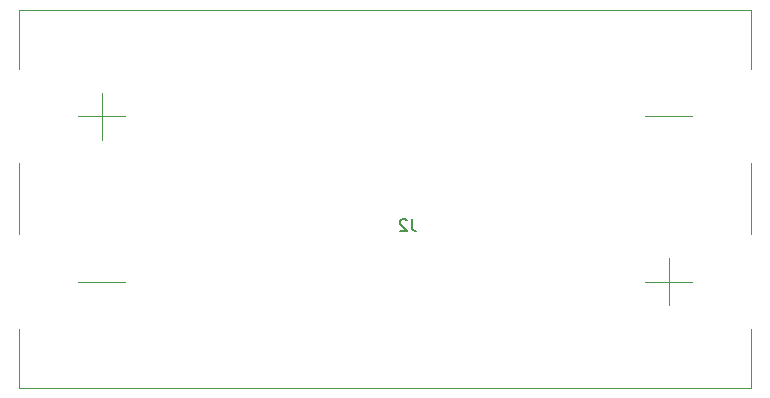
<source format=gbr>
G04 #@! TF.GenerationSoftware,KiCad,Pcbnew,5.1.6+dfsg1-1*
G04 #@! TF.CreationDate,2020-07-15T23:43:31+02:00*
G04 #@! TF.ProjectId,continuity,636f6e74-696e-4756-9974-792e6b696361,rev?*
G04 #@! TF.SameCoordinates,Original*
G04 #@! TF.FileFunction,Legend,Bot*
G04 #@! TF.FilePolarity,Positive*
%FSLAX46Y46*%
G04 Gerber Fmt 4.6, Leading zero omitted, Abs format (unit mm)*
G04 Created by KiCad (PCBNEW 5.1.6+dfsg1-1) date 2020-07-15 23:43:31*
%MOMM*%
%LPD*%
G01*
G04 APERTURE LIST*
%ADD10C,0.120000*%
%ADD11C,0.150000*%
G04 APERTURE END LIST*
D10*
X80500000Y-71500000D02*
X80500000Y-66500000D01*
X80500000Y-66500000D02*
X142500000Y-66500000D01*
X142500000Y-66500000D02*
X142500000Y-71500000D01*
X142500000Y-93500000D02*
X142500000Y-98500000D01*
X142500000Y-98500000D02*
X80500000Y-98500000D01*
X80500000Y-98500000D02*
X80500000Y-93500000D01*
X80500000Y-85500000D02*
X80500000Y-79500000D01*
X142500000Y-79500000D02*
X142500000Y-85500000D01*
X137500000Y-75500000D02*
X134500000Y-75500000D01*
X85500000Y-89500000D02*
X88500000Y-89500000D01*
X86500000Y-75500000D02*
X89500000Y-75500000D01*
X87500000Y-73500000D02*
X87500000Y-77500000D01*
X135500000Y-87500000D02*
X135500000Y-90500000D01*
X135500000Y-90500000D02*
X135500000Y-91500000D01*
X137500000Y-89500000D02*
X133500000Y-89500000D01*
X86500000Y-75500000D02*
X85500000Y-75500000D01*
X88500000Y-89500000D02*
X89500000Y-89500000D01*
X134500000Y-75500000D02*
X133500000Y-75500000D01*
D11*
X113738333Y-84212380D02*
X113738333Y-84926666D01*
X113785952Y-85069523D01*
X113881190Y-85164761D01*
X114024047Y-85212380D01*
X114119285Y-85212380D01*
X113309761Y-84307619D02*
X113262142Y-84260000D01*
X113166904Y-84212380D01*
X112928809Y-84212380D01*
X112833571Y-84260000D01*
X112785952Y-84307619D01*
X112738333Y-84402857D01*
X112738333Y-84498095D01*
X112785952Y-84640952D01*
X113357380Y-85212380D01*
X112738333Y-85212380D01*
M02*

</source>
